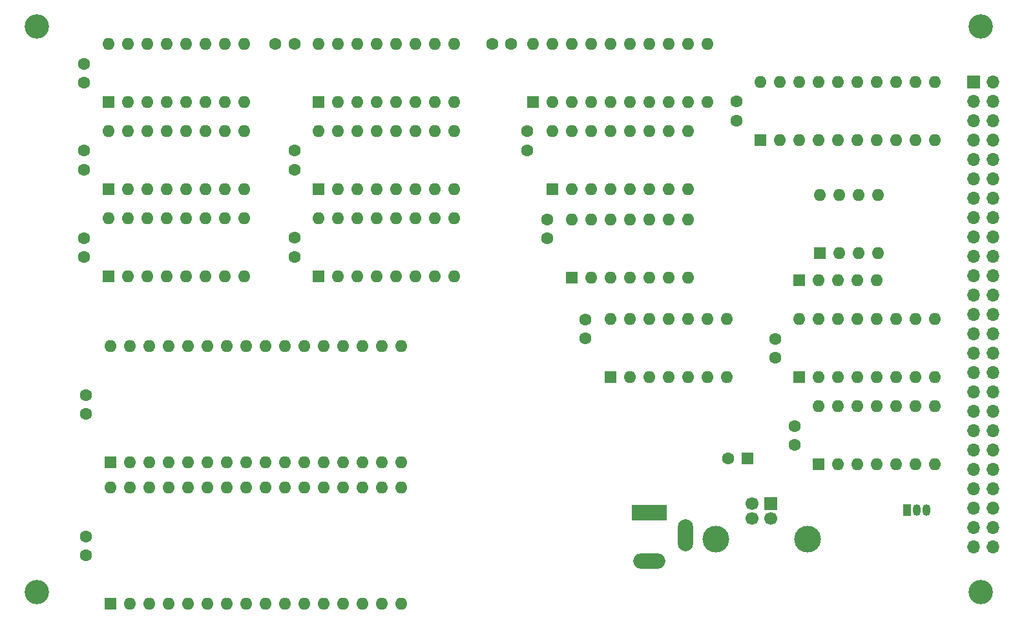
<source format=gbs>
G04 #@! TF.GenerationSoftware,KiCad,Pcbnew,(6.0.0)*
G04 #@! TF.CreationDate,2022-08-18T21:33:12-04:00*
G04 #@! TF.ProjectId,rambo,72616d62-6f2e-46b6-9963-61645f706362,rev?*
G04 #@! TF.SameCoordinates,Original*
G04 #@! TF.FileFunction,Soldermask,Bot*
G04 #@! TF.FilePolarity,Negative*
%FSLAX46Y46*%
G04 Gerber Fmt 4.6, Leading zero omitted, Abs format (unit mm)*
G04 Created by KiCad (PCBNEW (6.0.0)) date 2022-08-18 21:33:12*
%MOMM*%
%LPD*%
G01*
G04 APERTURE LIST*
%ADD10C,1.600000*%
%ADD11C,3.200000*%
%ADD12R,1.600000X1.600000*%
%ADD13O,1.600000X1.600000*%
%ADD14R,1.050000X1.500000*%
%ADD15O,1.050000X1.500000*%
%ADD16R,1.700000X1.700000*%
%ADD17C,1.700000*%
%ADD18C,3.500000*%
%ADD19O,1.700000X1.700000*%
%ADD20R,4.600000X2.000000*%
%ADD21O,4.200000X2.000000*%
%ADD22O,2.000000X4.200000*%
G04 APERTURE END LIST*
D10*
X129413000Y-136418000D03*
X129413000Y-138918000D03*
D11*
X122936000Y-69596000D03*
D10*
X129413000Y-117876000D03*
X129413000Y-120376000D03*
D12*
X159908000Y-102332000D03*
D13*
X162448000Y-102332000D03*
X164988000Y-102332000D03*
X167528000Y-102332000D03*
X170068000Y-102332000D03*
X172608000Y-102332000D03*
X175148000Y-102332000D03*
X177688000Y-102332000D03*
X177688000Y-94712000D03*
X175148000Y-94712000D03*
X172608000Y-94712000D03*
X170068000Y-94712000D03*
X167528000Y-94712000D03*
X164988000Y-94712000D03*
X162448000Y-94712000D03*
X159908000Y-94712000D03*
D14*
X236982000Y-132948000D03*
D15*
X238252000Y-132948000D03*
X239522000Y-132948000D03*
D11*
X122936000Y-143764000D03*
D12*
X132334000Y-102332000D03*
D13*
X134874000Y-102332000D03*
X137414000Y-102332000D03*
X139954000Y-102332000D03*
X142494000Y-102332000D03*
X145034000Y-102332000D03*
X147574000Y-102332000D03*
X150114000Y-102332000D03*
X150114000Y-94712000D03*
X147574000Y-94712000D03*
X145034000Y-94712000D03*
X142494000Y-94712000D03*
X139954000Y-94712000D03*
X137414000Y-94712000D03*
X134874000Y-94712000D03*
X132334000Y-94712000D03*
D12*
X187960000Y-79502000D03*
D13*
X190500000Y-79502000D03*
X193040000Y-79502000D03*
X195580000Y-79502000D03*
X198120000Y-79502000D03*
X200660000Y-79502000D03*
X203200000Y-79502000D03*
X205740000Y-79502000D03*
X208280000Y-79502000D03*
X210820000Y-79502000D03*
X210820000Y-71882000D03*
X208280000Y-71882000D03*
X205740000Y-71882000D03*
X203200000Y-71882000D03*
X200660000Y-71882000D03*
X198120000Y-71882000D03*
X195580000Y-71882000D03*
X193040000Y-71882000D03*
X190500000Y-71882000D03*
X187960000Y-71882000D03*
D12*
X225552000Y-99314000D03*
D13*
X228092000Y-99314000D03*
X230632000Y-99314000D03*
X233172000Y-99314000D03*
X233172000Y-91694000D03*
X230632000Y-91694000D03*
X228092000Y-91694000D03*
X225552000Y-91694000D03*
D12*
X225425000Y-127000000D03*
D13*
X227965000Y-127000000D03*
X230505000Y-127000000D03*
X233045000Y-127000000D03*
X235585000Y-127000000D03*
X238125000Y-127000000D03*
X240665000Y-127000000D03*
X240665000Y-119380000D03*
X238125000Y-119380000D03*
X235585000Y-119380000D03*
X233045000Y-119380000D03*
X230505000Y-119380000D03*
X227965000Y-119380000D03*
X225425000Y-119380000D03*
D10*
X219710000Y-110510000D03*
X219710000Y-113010000D03*
X222250000Y-121950000D03*
X222250000Y-124450000D03*
D12*
X216066380Y-126238000D03*
D10*
X213566380Y-126238000D03*
X129159000Y-97302000D03*
X129159000Y-99802000D03*
D12*
X159908000Y-79472000D03*
D13*
X162448000Y-79472000D03*
X164988000Y-79472000D03*
X167528000Y-79472000D03*
X170068000Y-79472000D03*
X172608000Y-79472000D03*
X175148000Y-79472000D03*
X177688000Y-79472000D03*
X177688000Y-71852000D03*
X175148000Y-71852000D03*
X172608000Y-71852000D03*
X170068000Y-71852000D03*
X167528000Y-71852000D03*
X164988000Y-71852000D03*
X162448000Y-71852000D03*
X159908000Y-71852000D03*
D16*
X219182000Y-132106500D03*
D17*
X216682000Y-132106500D03*
X216682000Y-134106500D03*
X219182000Y-134106500D03*
D18*
X223952000Y-136816500D03*
X211912000Y-136816500D03*
D12*
X159908000Y-90902000D03*
D13*
X162448000Y-90902000D03*
X164988000Y-90902000D03*
X167528000Y-90902000D03*
X170068000Y-90902000D03*
X172608000Y-90902000D03*
X175148000Y-90902000D03*
X177688000Y-90902000D03*
X177688000Y-83282000D03*
X175148000Y-83282000D03*
X172608000Y-83282000D03*
X170068000Y-83282000D03*
X167528000Y-83282000D03*
X164988000Y-83282000D03*
X162448000Y-83282000D03*
X159908000Y-83282000D03*
D11*
X246634000Y-69596000D03*
D10*
X187198000Y-83312000D03*
X187198000Y-85812000D03*
X185146000Y-71882000D03*
X182646000Y-71882000D03*
X156718000Y-85852000D03*
X156718000Y-88352000D03*
D12*
X190500000Y-90932000D03*
D13*
X193040000Y-90932000D03*
X195580000Y-90932000D03*
X198120000Y-90932000D03*
X200660000Y-90932000D03*
X203200000Y-90932000D03*
X205740000Y-90932000D03*
X208280000Y-90932000D03*
X208280000Y-83312000D03*
X205740000Y-83312000D03*
X203200000Y-83312000D03*
X200660000Y-83312000D03*
X198120000Y-83312000D03*
X195580000Y-83312000D03*
X193040000Y-83312000D03*
X190500000Y-83312000D03*
D16*
X245745000Y-76835000D03*
D19*
X248285000Y-76835000D03*
X245745000Y-79375000D03*
X248285000Y-79375000D03*
X245745000Y-81915000D03*
X248285000Y-81915000D03*
X245745000Y-84455000D03*
X248285000Y-84455000D03*
X245745000Y-86995000D03*
X248285000Y-86995000D03*
X245745000Y-89535000D03*
X248285000Y-89535000D03*
X245745000Y-92075000D03*
X248285000Y-92075000D03*
X245745000Y-94615000D03*
X248285000Y-94615000D03*
X245745000Y-97155000D03*
X248285000Y-97155000D03*
X245745000Y-99695000D03*
X248285000Y-99695000D03*
X245745000Y-102235000D03*
X248285000Y-102235000D03*
X245745000Y-104775000D03*
X248285000Y-104775000D03*
X245745000Y-107315000D03*
X248285000Y-107315000D03*
X245745000Y-109855000D03*
X248285000Y-109855000D03*
X245745000Y-112395000D03*
X248285000Y-112395000D03*
X245745000Y-114935000D03*
X248285000Y-114935000D03*
X245745000Y-117475000D03*
X248285000Y-117475000D03*
X245745000Y-120015000D03*
X248285000Y-120015000D03*
X245745000Y-122555000D03*
X248285000Y-122555000D03*
X245745000Y-125095000D03*
X248285000Y-125095000D03*
X245745000Y-127635000D03*
X248285000Y-127635000D03*
X245745000Y-130175000D03*
X248285000Y-130175000D03*
X245745000Y-132715000D03*
X248285000Y-132715000D03*
X245745000Y-135255000D03*
X248285000Y-135255000D03*
X245745000Y-137795000D03*
X248285000Y-137795000D03*
D12*
X198115000Y-115560000D03*
D13*
X200655000Y-115560000D03*
X203195000Y-115560000D03*
X205735000Y-115560000D03*
X208275000Y-115560000D03*
X210815000Y-115560000D03*
X213355000Y-115560000D03*
X213355000Y-107940000D03*
X210815000Y-107940000D03*
X208275000Y-107940000D03*
X205735000Y-107940000D03*
X203195000Y-107940000D03*
X200655000Y-107940000D03*
X198115000Y-107940000D03*
D12*
X222885000Y-115560000D03*
D13*
X225425000Y-115560000D03*
X227965000Y-115560000D03*
X230505000Y-115560000D03*
X233045000Y-115560000D03*
X235585000Y-115560000D03*
X238125000Y-115560000D03*
X240665000Y-115560000D03*
X240665000Y-107940000D03*
X238125000Y-107940000D03*
X235585000Y-107940000D03*
X233045000Y-107940000D03*
X230505000Y-107940000D03*
X227965000Y-107940000D03*
X225425000Y-107940000D03*
X222885000Y-107940000D03*
D12*
X132334000Y-79502000D03*
D13*
X134874000Y-79502000D03*
X137414000Y-79502000D03*
X139954000Y-79502000D03*
X142494000Y-79502000D03*
X145034000Y-79502000D03*
X147574000Y-79502000D03*
X150114000Y-79502000D03*
X150114000Y-71882000D03*
X147574000Y-71882000D03*
X145034000Y-71882000D03*
X142494000Y-71882000D03*
X139954000Y-71882000D03*
X137414000Y-71882000D03*
X134874000Y-71882000D03*
X132334000Y-71882000D03*
D12*
X132364000Y-90872000D03*
D13*
X134904000Y-90872000D03*
X137444000Y-90872000D03*
X139984000Y-90872000D03*
X142524000Y-90872000D03*
X145064000Y-90872000D03*
X147604000Y-90872000D03*
X150144000Y-90872000D03*
X150144000Y-83252000D03*
X147604000Y-83252000D03*
X145064000Y-83252000D03*
X142524000Y-83252000D03*
X139984000Y-83252000D03*
X137444000Y-83252000D03*
X134904000Y-83252000D03*
X132364000Y-83252000D03*
D12*
X222885000Y-102870000D03*
D13*
X225425000Y-102870000D03*
X227965000Y-102870000D03*
X230505000Y-102870000D03*
X233045000Y-102870000D03*
D10*
X214630000Y-79395000D03*
X214630000Y-81895000D03*
X194818000Y-107970000D03*
X194818000Y-110470000D03*
X156733000Y-71882000D03*
X154233000Y-71882000D03*
D12*
X193040000Y-102489000D03*
D13*
X195580000Y-102489000D03*
X198120000Y-102489000D03*
X200660000Y-102489000D03*
X203200000Y-102489000D03*
X205740000Y-102489000D03*
X208280000Y-102489000D03*
X208280000Y-94869000D03*
X205740000Y-94869000D03*
X203200000Y-94869000D03*
X200660000Y-94869000D03*
X198120000Y-94869000D03*
X195580000Y-94869000D03*
X193040000Y-94869000D03*
D11*
X246634000Y-143764000D03*
D12*
X132588000Y-145293000D03*
D13*
X135128000Y-145293000D03*
X137668000Y-145293000D03*
X140208000Y-145293000D03*
X142748000Y-145293000D03*
X145288000Y-145293000D03*
X147828000Y-145293000D03*
X150368000Y-145293000D03*
X152908000Y-145293000D03*
X155448000Y-145293000D03*
X157988000Y-145293000D03*
X160528000Y-145293000D03*
X163068000Y-145293000D03*
X165608000Y-145293000D03*
X168148000Y-145293000D03*
X170688000Y-145293000D03*
X170688000Y-130053000D03*
X168148000Y-130053000D03*
X165608000Y-130053000D03*
X163068000Y-130053000D03*
X160528000Y-130053000D03*
X157988000Y-130053000D03*
X155448000Y-130053000D03*
X152908000Y-130053000D03*
X150368000Y-130053000D03*
X147828000Y-130053000D03*
X145288000Y-130053000D03*
X142748000Y-130053000D03*
X140208000Y-130053000D03*
X137668000Y-130053000D03*
X135128000Y-130053000D03*
X132588000Y-130053000D03*
D10*
X129144000Y-74452000D03*
X129144000Y-76952000D03*
X189865000Y-94869000D03*
X189865000Y-97369000D03*
X129174000Y-85822000D03*
X129174000Y-88322000D03*
D12*
X217810000Y-84445000D03*
D13*
X220350000Y-84445000D03*
X222890000Y-84445000D03*
X225430000Y-84445000D03*
X227970000Y-84445000D03*
X230510000Y-84445000D03*
X233050000Y-84445000D03*
X235590000Y-84445000D03*
X238130000Y-84445000D03*
X240670000Y-84445000D03*
X240670000Y-76825000D03*
X238130000Y-76825000D03*
X235590000Y-76825000D03*
X233050000Y-76825000D03*
X230510000Y-76825000D03*
X227970000Y-76825000D03*
X225430000Y-76825000D03*
X222890000Y-76825000D03*
X220350000Y-76825000D03*
X217810000Y-76825000D03*
D12*
X132588000Y-126751000D03*
D13*
X135128000Y-126751000D03*
X137668000Y-126751000D03*
X140208000Y-126751000D03*
X142748000Y-126751000D03*
X145288000Y-126751000D03*
X147828000Y-126751000D03*
X150368000Y-126751000D03*
X152908000Y-126751000D03*
X155448000Y-126751000D03*
X157988000Y-126751000D03*
X160528000Y-126751000D03*
X163068000Y-126751000D03*
X165608000Y-126751000D03*
X168148000Y-126751000D03*
X170688000Y-126751000D03*
X170688000Y-111511000D03*
X168148000Y-111511000D03*
X165608000Y-111511000D03*
X163068000Y-111511000D03*
X160528000Y-111511000D03*
X157988000Y-111511000D03*
X155448000Y-111511000D03*
X152908000Y-111511000D03*
X150368000Y-111511000D03*
X147828000Y-111511000D03*
X145288000Y-111511000D03*
X142748000Y-111511000D03*
X140208000Y-111511000D03*
X137668000Y-111511000D03*
X135128000Y-111511000D03*
X132588000Y-111511000D03*
D20*
X203200000Y-133350000D03*
D21*
X203200000Y-139650000D03*
D22*
X208000000Y-136250000D03*
D10*
X156718000Y-97282000D03*
X156718000Y-99782000D03*
M02*

</source>
